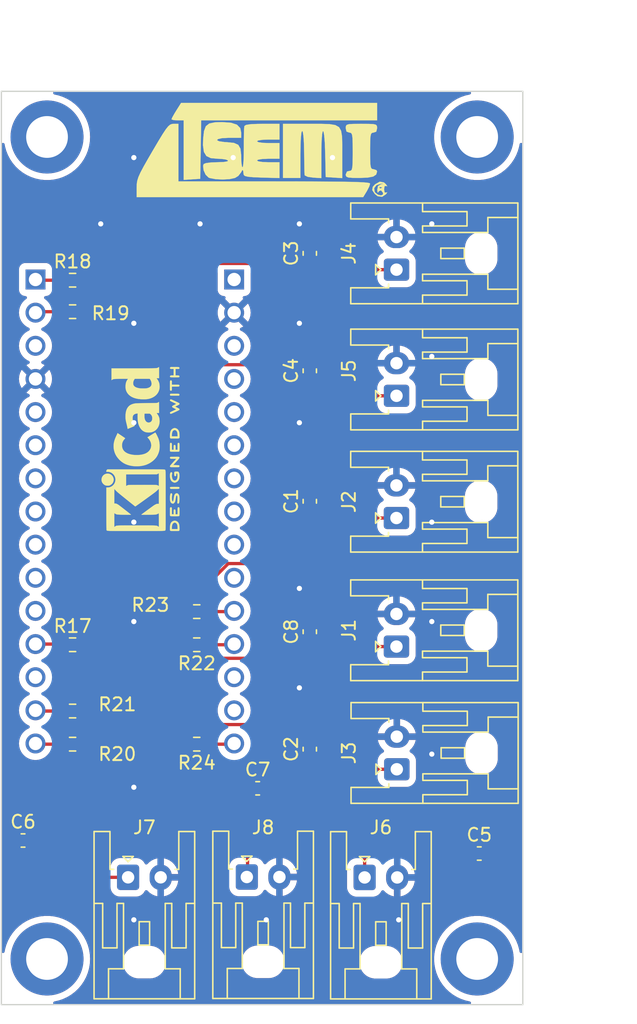
<source format=kicad_pcb>
(kicad_pcb (version 20221018) (generator pcbnew)
  (layers (0 "F.Cu" signal) (31 "B.Cu" signal) (34 "B.Paste" user) (35 "F.Paste" user) (36 "B.SilkS" user "B.Silkscreen") (37 "F.SilkS" user "F.Silkscreen") (38 "B.Mask" user) (39 "F.Mask" user) (44 "Edge.Cuts" user))
  (net 0 "")
  (net 1 "GNDS")
  (net 2 "SWITCH2")
  (net 3 "SWITCH3")
  (net 4 "SWITCH4")
  (net 5 "SWITCH5")
  (net 6 "SWITCH6")
  (net 7 "SWITCH7")
  (net 8 "SWITCH8")
  (net 9 "SWITCH1")
  (net 10 "Net-(U1A-PA8)")
  (net 11 "Net-(U1A-PA9)")
  (net 12 "Net-(U1A-PA10)")
  (net 13 "Net-(U1A-PB4)")
  (net 14 "Net-(U1A-PB5)")
  (net 15 "Net-(U1B-PA0)")
  (net 16 "Net-(U1B-PA1)")
  (net 17 "Net-(U1B-PB3{slash}PB8)")
  (net 37 "unconnected-(U1B-+3V3-Pad4.14)")
  (footprint "Resistor_SMD:R_0603_1608Metric" (layer "F.Cu") (at 58.801 118.618)
    (fp_text reference "R20" (at 3.429 0.762) (layer "F.SilkS"))
    (fp_text value "0")
    (pad "1" smd roundrect (at -0.825 0) (size 0.8 0.95) (layers "F.Cu" "F.Paste" "F.Mask") (net 13 "Net-(U1A-PB4)"))
    (pad "2" smd roundrect (at 0.825 0) (size 0.8 0.95) (layers "F.Cu" "F.Paste" "F.Mask") (net 7 "SWITCH7"))
  )
  (footprint "Connector_JST:JST_XA_S02B-XASK-1_1x02_P2.50mm_Horizontal" (layer "F.Cu") (at 83.673825 120.541202 90)
    (fp_text reference "J3" (at 1.25 -3.673825 90) (layer "F.SilkS"))
    (fp_text value "Conn_01x02_Female")
    (pad "" np_thru_hole oval (at 1.25 6.5 90) (size 2.8 2) (drill oval 2.8 2) (layers "*.Cu" "*.Mask"))
    (pad "1" thru_hole roundrect (at 0 0 90) (size 1.7 1.95) (drill 0.95) (layers "*.Cu" "*.Mask") (roundrect_rratio 0.1470588235) (net 3 "SWITCH3"))
    (pad "2" thru_hole oval (at 2.5 0 90) (size 1.7 1.95) (drill 0.95) (layers "*.Cu" "*.Mask") (net 1 "GNDS"))
  )
  (footprint "Connector_JST:JST_XA_S02B-XASK-1_1x02_P2.50mm_Horizontal" (layer "F.Cu") (at 72.168283 128.798334)
    (fp_text reference "J8" (at 1.25 -3.798334) (layer "F.SilkS"))
    (fp_text value "Conn_01x02_Female")
    (pad "" np_thru_hole oval (at 1.25 6.5) (size 2.8 2) (drill oval 2.8 2) (layers "*.Cu" "*.Mask"))
    (pad "1" thru_hole roundrect (at 0 0) (size 1.7 1.95) (drill 0.95) (layers "*.Cu" "*.Mask") (roundrect_rratio 0.1470588235) (net 8 "SWITCH8"))
    (pad "2" thru_hole oval (at 2.5 0) (size 1.7 1.95) (drill 0.95) (layers "*.Cu" "*.Mask") (net 1 "GNDS"))
  )
  (footprint "Connector_PinSocket_2.54mm:MODULE_NUCLEO-G431" (layer "F.Cu") (at 63.575022 100.785)
    (fp_text reference "U1" hide)
    (fp_text value "NUCLEO-G431KB" hide)
    (pad "3.1" thru_hole rect (at -7.62 -17.78) (size 1.53 1.53) (drill 1.02) (layers "*.Cu" "*.Mask") (net 11 "Net-(U1A-PA9)"))
    (pad "3.2" thru_hole circle (at -7.62 -15.24) (size 1.53 1.53) (drill 1.02) (layers "*.Cu" "*.Mask") (net 12 "Net-(U1A-PA10)"))
    (pad "3.3" thru_hole circle (at -7.62 -12.7) (size 1.53 1.53) (drill 1.02) (layers "*.Cu" "*.Mask"))
    (pad "3.4" thru_hole circle (at -7.62 -10.16) (size 1.53 1.53) (drill 1.02) (layers "*.Cu" "*.Mask") (net 1 "GNDS"))
    (pad "3.5" thru_hole circle (at -7.62 -7.62) (size 1.53 1.53) (drill 1.02) (layers "*.Cu" "*.Mask"))
    (pad "3.6" thru_hole circle (at -7.62 -5.08) (size 1.53 1.53) (drill 1.02) (layers "*.Cu" "*.Mask"))
    (pad "3.7" thru_hole circle (at -7.62 -2.54) (size 1.53 1.53) (drill 1.02) (layers "*.Cu" "*.Mask"))
    (pad "3.8" thru_hole circle (at -7.62 0) (size 1.53 1.53) (drill 1.02) (layers "*.Cu" "*.Mask"))
    (pad "3.9" thru_hole circle (at -7.62 2.54) (size 1.53 1.53) (drill 1.02) (layers "*.Cu" "*.Mask"))
    (pad "3.10" thru_hole circle (at -7.62 5.08) (size 1.53 1.53) (drill 1.02) (layers "*.Cu" "*.Mask"))
    (pad "3.11" thru_hole circle (at -7.62 7.62) (size 1.53 1.53) (drill 1.02) (layers "*.Cu" "*.Mask"))
    (pad "3.12" thru_hole circle (at -7.62 10.16) (size 1.53 1.53) (drill 1.02) (layers "*.Cu" "*.Mask") (net 10 "Net-(U1A-PA8)"))
    (pad "3.13" thru_hole circle (at -7.62 12.7) (size 1.53 1.53) (drill 1.02) (layers "*.Cu" "*.Mask"))
    (pad "3.14" thru_hole circle (at -7.62 15.24) (size 1.53 1.53) (drill 1.02) (layers "*.Cu" "*.Mask") (net 14 "Net-(U1A-PB5)"))
    (pad "3.15" thru_hole circle (at -7.62 17.78) (size 1.53 1.53) (drill 1.02) (layers "*.Cu" "*.Mask") (net 13 "Net-(U1A-PB4)"))
    (pad "4.1" thru_hole rect (at 7.62 -17.78) (size 1.53 1.53) (drill 1.02) (layers "*.Cu" "*.Mask"))
    (pad "4.2" thru_hole circle (at 7.62 -15.24) (size 1.53 1.53) (drill 1.02) (layers "*.Cu" "*.Mask") (net 1 "GNDS"))
    (pad "4.3" thru_hole circle (at 7.62 -12.7) (size 1.53 1.53) (drill 1.02) (layers "*.Cu" "*.Mask"))
    (pad "4.4" thru_hole circle (at 7.62 -10.16) (size 1.53 1.53) (drill 1.02) (layers "*.Cu" "*.Mask"))
    (pad "4.5" thru_hole circle (at 7.62 -7.62) (size 1.53 1.53) (drill 1.02) (layers "*.Cu" "*.Mask"))
    (pad "4.6" thru_hole circle (at 7.62 -5.08) (size 1.53 1.53) (drill 1.02) (layers "*.Cu" "*.Mask"))
    (pad "4.7" thru_hole circle (at 7.62 -2.54) (size 1.53 1.53) (drill 1.02) (layers "*.Cu" "*.Mask"))
    (pad "4.8" thru_hole circle (at 7.62 0) (size 1.53 1.53) (drill 1.02) (layers "*.Cu" "*.Mask"))
    (pad "4.9" thru_hole circle (at 7.62 2.54) (size 1.53 1.53) (drill 1.02) (layers "*.Cu" "*.Mask"))
    (pad "4.10" thru_hole circle (at 7.62 5.08) (size 1.53 1.53) (drill 1.02) (layers "*.Cu" "*.Mask"))
    (pad "4.11" thru_hole circle (at 7.62 7.62) (size 1.53 1.53) (drill 1.02) (layers "*.Cu" "*.Mask") (net 16 "Net-(U1B-PA1)"))
    (pad "4.12" thru_hole circle (at 7.62 10.16) (size 1.53 1.53) (drill 1.02) (layers "*.Cu" "*.Mask") (net 15 "Net-(U1B-PA0)"))
    (pad "4.13" thru_hole circle (at 7.62 12.7) (size 1.53 1.53) (drill 1.02) (layers "*.Cu" "*.Mask"))
    (pad "4.14" thru_hole circle (at 7.62 15.24) (size 1.53 1.53) (drill 1.02) (layers "*.Cu" "*.Mask") (net 37 "unconnected-(U1B-+3V3-Pad4.14)"))
    (pad "4.15" thru_hole circle (at 7.62 17.78) (size 1.53 1.53) (drill 1.02) (layers "*.Cu" "*.Mask") (net 17 "Net-(U1B-PB3{slash}PB8)"))
  )
  (footprint "Capacitor_SMD:C_0603_1608Metric" (layer "F.Cu") (at 77 110 90)
    (fp_text reference "C8" (at 0 -1.43 90) (layer "F.SilkS"))
    (fp_text value "0.1u")
    (pad "1" smd roundrect (at -0.775 0 90) (size 0.9 0.95) (layers "F.Cu" "F.Paste" "F.Mask") (net 9 "SWITCH1"))
    (pad "2" smd roundrect (at 0.775 0 90) (size 0.9 0.95) (layers "F.Cu" "F.Paste" "F.Mask") (net 1 "GNDS"))
  )
  (footprint "Connector_JST:JST_XA_S02B-XASK-1_1x02_P2.50mm_Horizontal" (layer "F.Cu") (at 83.651702 91.91709 90)
    (fp_text reference "J5" (at 1.91709 -3.651702 90) (layer "F.SilkS"))
    (fp_text value "Conn_01x02_Female")
    (pad "" np_thru_hole oval (at 1.25 6.5 90) (size 2.8 2) (drill oval 2.8 2) (layers "*.Cu" "*.Mask"))
    (pad "1" thru_hole roundrect (at 0 0 90) (size 1.7 1.95) (drill 0.95) (layers "*.Cu" "*.Mask") (roundrect_rratio 0.1470588235) (net 5 "SWITCH5"))
    (pad "2" thru_hole oval (at 2.5 0 90) (size 1.7 1.95) (drill 0.95) (layers "*.Cu" "*.Mask") (net 1 "GNDS"))
  )
  (footprint "Capacitor_SMD:C_0603_1608Metric" (layer "F.Cu") (at 73 122)
    (fp_text reference "C7" (at 0 -1.43) (layer "F.SilkS"))
    (fp_text value "0.1u")
    (pad "1" smd roundrect (at -0.775 0) (size 0.9 0.95) (layers "F.Cu" "F.Paste" "F.Mask") (net 8 "SWITCH8"))
    (pad "2" smd roundrect (at 0.775 0) (size 0.9 0.95) (layers "F.Cu" "F.Paste" "F.Mask") (net 1 "GNDS"))
  )
  (footprint "Resistor_SMD:R_0603_1608Metric" (layer "F.Cu") (at 58.801 116.078)
    (fp_text reference "R21" (at 3.429 -0.508) (layer "F.SilkS"))
    (fp_text value "0")
    (pad "1" smd roundrect (at -0.825 0) (size 0.8 0.95) (layers "F.Cu" "F.Paste" "F.Mask") (net 14 "Net-(U1A-PB5)"))
    (pad "2" smd roundrect (at 0.825 0) (size 0.8 0.95) (layers "F.Cu" "F.Paste" "F.Mask") (net 8 "SWITCH8"))
  )
  (footprint "MountingHole:MountingHole_3.2mm_M3_DIN965_Pad" (layer "F.Cu") (at 89.84 72.08)
    (fp_text reference "REF**" hide)
    (fp_text value "MountingHole_3.2mm_M3_DIN965_Pad" hide)
    (pad "1" thru_hole circle (at 0 0) (size 5.6 5.6) (drill 3.2) (layers "*.Cu" "*.Mask"))
  )
  (footprint "Capacitor_SMD:C_0603_1608Metric" (layer "F.Cu") (at 90 127)
    (fp_text reference "C5" (at 0 -1.43) (layer "F.SilkS"))
    (fp_text value "0.1u")
    (pad "1" smd roundrect (at -0.775 0) (size 0.9 0.95) (layers "F.Cu" "F.Paste" "F.Mask") (net 6 "SWITCH6"))
    (pad "2" smd roundrect (at 0.775 0) (size 0.9 0.95) (layers "F.Cu" "F.Paste" "F.Mask") (net 1 "GNDS"))
  )
  (footprint "MountingHole:MountingHole_3.2mm_M3_DIN965_Pad" (layer "F.Cu") (at 89.84 135.08)
    (fp_text reference "REF**" hide)
    (fp_text value "MountingHole_3.2mm_M3_DIN965_Pad" hide)
    (pad "1" thru_hole circle (at 0 0) (size 5.6 5.6) (drill 3.2) (layers "*.Cu" "*.Mask"))
  )
  (footprint "Capacitor_SMD:C_0603_1608Metric" (layer "F.Cu") (at 77 90 90)
    (fp_text reference "C4" (at 0 -1.43 90) (layer "F.SilkS"))
    (fp_text value "0.1u")
    (pad "1" smd roundrect (at -0.775 0 90) (size 0.9 0.95) (layers "F.Cu" "F.Paste" "F.Mask") (net 5 "SWITCH5"))
    (pad "2" smd roundrect (at 0.775 0 90) (size 0.9 0.95) (layers "F.Cu" "F.Paste" "F.Mask") (net 1 "GNDS"))
  )
  (footprint "Connector_JST:JST_XA_S02B-XASK-1_1x02_P2.50mm_Horizontal" (layer "F.Cu") (at 83.646887 101.284361 90)
    (fp_text reference "J2" (at 1.25 -3.646887 90) (layer "F.SilkS"))
    (fp_text value "Conn_01x02_Female")
    (pad "" np_thru_hole oval (at 1.25 6.5 90) (size 2.8 2) (drill oval 2.8 2) (layers "*.Cu" "*.Mask"))
    (pad "1" thru_hole roundrect (at 0 0 90) (size 1.7 1.95) (drill 0.95) (layers "*.Cu" "*.Mask") (roundrect_rratio 0.1470588235) (net 2 "SWITCH2"))
    (pad "2" thru_hole oval (at 2.5 0 90) (size 1.7 1.95) (drill 0.95) (layers "*.Cu" "*.Mask") (net 1 "GNDS"))
  )
  (footprint "Resistor_SMD:R_0603_1608Metric" (layer "F.Cu") (at 58.801 85.471)
    (fp_text reference "R19" (at 2.921 0.127) (layer "F.SilkS"))
    (fp_text value "0")
    (pad "1" smd roundrect (at -0.825 0) (size 0.8 0.95) (layers "F.Cu" "F.Paste" "F.Mask") (net 12 "Net-(U1A-PA10)"))
    (pad "2" smd roundrect (at 0.825 0) (size 0.8 0.95) (layers "F.Cu" "F.Paste" "F.Mask") (net 5 "SWITCH5"))
  )
  (footprint "Resistor_SMD:R_0603_1608Metric" (layer "F.Cu") (at 68.326 118.618 180)
    (fp_text reference "R24" (at 0 -1.43) (layer "F.SilkS"))
    (fp_text value "0")
    (pad "1" smd roundrect (at -0.825 0 180) (size 0.8 0.95) (layers "F.Cu" "F.Paste" "F.Mask") (net 17 "Net-(U1B-PB3{slash}PB8)"))
    (pad "2" smd roundrect (at 0.825 0 180) (size 0.8 0.95) (layers "F.Cu" "F.Paste" "F.Mask") (net 6 "SWITCH6"))
  )
  (footprint "Capacitor_SMD:C_0603_1608Metric" (layer "F.Cu") (at 55 126)
    (fp_text reference "C6" (at 0 -1.43) (layer "F.SilkS"))
    (fp_text value "0.1u")
    (pad "1" smd roundrect (at -0.775 0) (size 0.9 0.95) (layers "F.Cu" "F.Paste" "F.Mask") (net 7 "SWITCH7"))
    (pad "2" smd roundrect (at 0.775 0) (size 0.9 0.95) (layers "F.Cu" "F.Paste" "F.Mask") (net 1 "GNDS"))
  )
  (footprint "Capacitor_SMD:C_0603_1608Metric" (layer "F.Cu") (at 77 119 90)
    (fp_text reference "C2" (at 0 -1.43 90) (layer "F.SilkS"))
    (fp_text value "0.1u")
    (pad "1" smd roundrect (at -0.775 0 90) (size 0.9 0.95) (layers "F.Cu" "F.Paste" "F.Mask") (net 3 "SWITCH3"))
    (pad "2" smd roundrect (at 0.775 0 90) (size 0.9 0.95) (layers "F.Cu" "F.Paste" "F.Mask") (net 1 "GNDS"))
  )
  (footprint "Resistor_SMD:R_0603_1608Metric" (layer "F.Cu") (at 68.326 110.998 180)
    (fp_text reference "R22" (at 0 -1.43) (layer "F.SilkS"))
    (fp_text value "0")
    (pad "1" smd roundrect (at -0.825 0 180) (size 0.8 0.95) (layers "F.Cu" "F.Paste" "F.Mask") (net 15 "Net-(U1B-PA0)"))
    (pad "2" smd roundrect (at 0.825 0 180) (size 0.8 0.95) (layers "F.Cu" "F.Paste" "F.Mask") (net 9 "SWITCH1"))
  )
  (footprint "MountingHole:MountingHole_3.2mm_M3_DIN965_Pad" (layer "F.Cu") (at 56.84 72.08)
    (fp_text reference "REF**" hide)
    (fp_text value "MountingHole_3.2mm_M3_DIN965_Pad" hide)
    (pad "1" thru_hole circle (at 0 0) (size 5.6 5.6) (drill 3.2) (layers "*.Cu" "*.Mask"))
  )
  (footprint "Connector_JST:JST_XA_S02B-XASK-1_1x02_P2.50mm_Horizontal" (layer "F.Cu") (at 83.646887 111.137765 90)
    (fp_text reference "J1" (at 1.25 -3.646887 90) (layer "F.SilkS"))
    (fp_text value "Conn_01x02_Female")
    (pad "" np_thru_hole oval (at 1.25 6.5 90) (size 2.8 2) (drill oval 2.8 2) (layers "*.Cu" "*.Mask"))
    (pad "1" thru_hole roundrect (at 0 0 90) (size 1.7 1.95) (drill 0.95) (layers "*.Cu" "*.Mask") (roundrect_rratio 0.1470588235) (net 9 "SWITCH1"))
    (pad "2" thru_hole oval (at 2.5 0 90) (size 1.7 1.95) (drill 0.95) (layers "*.Cu" "*.Mask") (net 1 "GNDS"))
  )
  (footprint "footprints:t_semi_logo" (layer "F.Cu") (at 73.34 73.08)
    (fp_text reference "G***" hide)
    (fp_text value "LOGO" hide)
  )
  (footprint "MountingHole:MountingHole_3.2mm_M3_DIN965_Pad" (layer "F.Cu") (at 56.84 135.08)
    (fp_text reference "REF**" hide)
    (fp_text value "MountingHole_3.2mm_M3_DIN965_Pad" hide)
    (pad "1" thru_hole circle (at 0 0) (size 5.6 5.6) (drill 3.2) (layers "*.Cu" "*.Mask"))
  )
  (footprint "Capacitor_SMD:C_0603_1608Metric" (layer "F.Cu") (at 77 100 90)
    (fp_text reference "C1" (at 0 -1.43 90) (layer "F.SilkS"))
    (fp_text value "0.1u")
    (pad "1" smd roundrect (at -0.775 0 90) (size 0.9 0.95) (layers "F.Cu" "F.Paste" "F.Mask") (net 2 "SWITCH2"))
    (pad "2" smd roundrect (at 0.775 0 90) (size 0.9 0.95) (layers "F.Cu" "F.Paste" "F.Mask") (net 1 "GNDS"))
  )
  (footprint "Capacitor_SMD:C_0603_1608Metric" (layer "F.Cu") (at 77 81 90)
    (fp_text reference "C3" (at 0 -1.43 90) (layer "F.SilkS"))
    (fp_text value "0.1u")
    (pad "1" smd roundrect (at -0.775 0 90) (size 0.9 0.95) (layers "F.Cu" "F.Paste" "F.Mask") (net 4 "SWITCH4"))
    (pad "2" smd roundrect (at 0.775 0 90) (size 0.9 0.95) (layers "F.Cu" "F.Paste" "F.Mask") (net 1 "GNDS"))
  )
  (footprint "Connector_JST:JST_XA_S02B-XASK-1_1x02_P2.50mm_Horizontal" (layer "F.Cu") (at 83.650986 82.25 90)
    (fp_text reference "J4" (at 1.25 -3.650986 90) (layer "F.SilkS"))
    (fp_text value "Conn_01x02_Female")
    (pad "" np_thru_hole oval (at 1.25 6.5 90) (size 2.8 2) (drill oval 2.8 2) (layers "*.Cu" "*.Mask"))
    (pad "1" thru_hole roundrect (at 0 0 90) (size 1.7 1.95) (drill 0.95) (layers "*.Cu" "*.Mask") (roundrect_rratio 0.1470588235) (net 4 "SWITCH4"))
    (pad "2" thru_hole oval (at 2.5 0 90) (size 1.7 1.95) (drill 0.95) (layers "*.Cu" "*.Mask") (net 1 "GNDS"))
  )
  (footprint "Resistor_SMD:R_0603_1608Metric" (layer "F.Cu") (at 58.801 83.058)
    (fp_text reference "R18" (at 0 -1.43) (layer "F.SilkS"))
    (fp_text value "0")
    (pad "1" smd roundrect (at -0.825 0) (size 0.8 0.95) (layers "F.Cu" "F.Paste" "F.Mask") (net 11 "Net-(U1A-PA9)"))
    (pad "2" smd roundrect (at 0.825 0) (size 0.8 0.95) (layers "F.Cu" "F.Paste" "F.Mask") (net 4 "SWITCH4"))
  )
  (footprint "Resistor_SMD:R_0603_1608Metric" (layer "F.Cu") (at 68.326 108.458 180)
    (fp_text reference "R23" (at 3.556 0.508) (layer "F.SilkS"))
    (fp_text value "0")
    (pad "1" smd roundrect (at -0.825 0 180) (size 0.8 0.95) (layers "F.Cu" "F.Paste" "F.Mask") (net 16 "Net-(U1B-PA1)"))
    (pad "2" smd roundrect (at 0.825 0 180) (size 0.8 0.95) (layers "F.Cu" "F.Paste" "F.Mask") (net 2 "SWITCH2"))
  )
  (footprint "Resistor_SMD:R_0603_1608Metric" (layer "F.Cu") (at 58.801 110.998)
    (fp_text reference "R17" (at 0 -1.43) (layer "F.SilkS"))
    (fp_text value "0")
    (pad "1" smd roundrect (at -0.825 0) (size 0.8 0.95) (layers "F.Cu" "F.Paste" "F.Mask") (net 10 "Net-(U1A-PA8)"))
    (pad "2" smd roundrect (at 0.825 0) (size 0.8 0.95) (layers "F.Cu" "F.Paste" "F.Mask") (net 3 "SWITCH3"))
  )
  (footprint "Symbol:KiCad-Logo2_5mm_SilkScreen" (layer "F.Cu") (at 64 96 90)
    (fp_text reference "REF**" hide)
    (fp_text value "KiCad-Logo2_5mm_SilkScreen" hide)
  )
  (footprint "Connector_JST:JST_XA_S02B-XASK-1_1x02_P2.50mm_Horizontal" (layer "F.Cu") (at 81.205721 128.831318)
    (fp_text reference "J6" (at 1.25 -3.831318) (layer "F.SilkS"))
    (fp_text value "Conn_01x02_Female")
    (pad "" np_thru_hole oval (at 1.25 6.5) (size 2.8 2) (drill oval 2.8 2) (layers "*.Cu" "*.Mask"))
    (pad "1" thru_hole roundrect (at 0 0) (size 1.7 1.95) (drill 0.95) (layers "*.Cu" "*.Mask") (roundrect_rratio 0.1470588235) (net 6 "SWITCH6"))
    (pad "2" thru_hole oval (at 2.5 0) (size 1.7 1.95) (drill 0.95) (layers "*.Cu" "*.Mask") (net 1 "GNDS"))
  )
  (footprint "Connector_JST:JST_XA_S02B-XASK-1_1x02_P2.50mm_Horizontal" (layer "F.Cu") (at 63.058781 128.822356)
    (fp_text reference "J7" (at 1.25 -3.822356) (layer "F.SilkS"))
    (fp_text value "Conn_01x02_Female")
    (pad "" np_thru_hole oval (at 1.25 6.5) (size 2.8 2) (drill oval 2.8 2) (layers "*.Cu" "*.Mask"))
    (pad "1" thru_hole roundrect (at 0 0) (size 1.7 1.95) (drill 0.95) (layers "*.Cu" "*.Mask") (roundrect_rratio 0.1470588235) (net 7 "SWITCH7"))
    (pad "2" thru_hole oval (at 2.5 0) (size 1.7 1.95) (drill 0.95) (layers "*.Cu" "*.Mask") (net 1 "GNDS"))
  )
  (gr_line (start 93.34 68.58) (end 93.34 138.58) (stroke (width 0.1)) (layer "Edge.Cuts"))
  (gr_line (start 53.34 68.58) (end 53.34 138.58) (stroke (width 0.1)) (layer "Edge.Cuts"))
  (gr_line (start 53.34 138.58) (end 93.34 138.58) (stroke (width 0.1)) (layer "Edge.Cuts"))
  (gr_line (start 53.34 68.58) (end 93.34 68.58) (stroke (width 0.1)) (layer "Edge.Cuts"))
  (via (at 73.66 132.08) (size 0.8) (drill 0.4) (layers "F.Cu" "B.Cu") (net 1))
  (via (at 63.5 132.08) (size 0.8) (drill 0.4) (layers "F.Cu" "B.Cu") (net 1))
  (via (at 86.36 101.6) (size 0.8) (drill 0.4) (layers "F.Cu" "B.Cu") (net 1))
  (via (at 63.5 93.98) (size 0.8) (drill 0.4) (layers "F.Cu" "B.Cu") (net 1))
  (via (at 71.12 73.66) (size 0.8) (drill 0.4) (layers "F.Cu" "B.Cu") (net 1))
  (via (at 63.5 101.6) (size 0.8) (drill 0.4) (layers "F.Cu" "B.Cu") (net 1))
  (via (at 63.5 86.36) (size 0.8) (drill 0.4) (layers "F.Cu" "B.Cu") (net 1))
  (via (at 76.2 114.3) (size 0.8) (drill 0.4) (layers "F.Cu" "B.Cu") (net 1))
  (via (at 86.36 88.9) (size 0.8) (drill 0.4) (layers "F.Cu" "B.Cu") (net 1))
  (via (at 78.74 73.66) (size 0.8) (drill 0.4) (layers "F.Cu" "B.Cu") (net 1))
  (via (at 60.96 78.74) (size 0.8) (drill 0.4) (layers "F.Cu" "B.Cu") (net 1))
  (via (at 86.36 119.38) (size 0.8) (drill 0.4) (layers "F.Cu" "B.Cu") (net 1))
  (via (at 76.2 106.68) (size 0.8) (drill 0.4) (layers "F.Cu" "B.Cu") (net 1))
  (via (at 76.2 86.36) (size 0.8) (drill 0.4) (layers "F.Cu" "B.Cu") (net 1))
  (via (at 63.5 121.92) (size 0.8) (drill 0.4) (layers "F.Cu" "B.Cu") (net 1))
  (via (at 86.36 78.74) (size 0.8) (drill 0.4) (layers "F.Cu" "B.Cu") (net 1))
  (via (at 63.5 73.66) (size 0.8) (drill 0.4) (layers "F.Cu" "B.Cu") (net 1))
  (via (at 86.36 109.22) (size 0.8) (drill 0.4) (layers "F.Cu" "B.Cu") (net 1))
  (via (at 83.82 132.08) (size 0.8) (drill 0.4) (layers "F.Cu" "B.Cu") (net 1))
  (via (at 76.2 78.74) (size 0.8) (drill 0.4) (layers "F.Cu" "B.Cu") (net 1))
  (via (at 68.58 78.74) (size 0.8) (drill 0.4) (layers "F.Cu" "B.Cu") (net 1))
  (via (at 76.2 93.98) (size 0.8) (drill 0.4) (layers "F.Cu" "B.Cu") (net 1))
  (via (at 63.5 109.22) (size 0.8) (drill 0.4) (layers "F.Cu" "B.Cu") (net 1))
  (segment (start 70.743529 104.775) (end 73 104.775) (width 0.25) (layer "F.Cu") (net 2))
  (segment (start 69.004 106.514529) (end 70.743529 104.775) (width 0.25) (layer "F.Cu") (net 2))
  (segment (start 83.646887 101.284361) (end 77.509361 101.284361) (width 0.25) (layer "F.Cu") (net 2))
  (segment (start 77.509361 101.284361) (end 77 100.775) (width 0.25) (layer "F.Cu") (net 2))
  (segment (start 73 104.775) (end 77 100.775) (width 0.25) (layer "F.Cu") (net 2))
  (segment (start 67.501 108.458) (end 69.004 106.955) (width 0.25) (layer "F.Cu") (net 2))
  (segment (start 69.004 106.955) (end 69.004 106.514529) (width 0.25) (layer "F.Cu") (net 2))
  (segment (start 59.626 110.998) (end 65.743 117.115) (width 0.25) (layer "F.Cu") (net 3))
  (segment (start 74.34 117.115) (end 77 119.775) (width 0.25) (layer "F.Cu") (net 3))
  (segment (start 83.673825 120.541202) (end 77.766202 120.541202) (width 0.25) (layer "F.Cu") (net 3))
  (segment (start 77.766202 120.541202) (end 77 119.775) (width 0.25) (layer "F.Cu") (net 3))
  (segment (start 65.743 117.115) (end 74.34 117.115) (width 0.25) (layer "F.Cu") (net 3))
  (segment (start 77.475 82.25) (end 77 81.775) (width 0.25) (layer "F.Cu") (net 4))
  (segment (start 60.909 81.775) (end 77 81.775) (width 0.25) (layer "F.Cu") (net 4))
  (segment (start 83.650986 82.25) (end 77.475 82.25) (width 0.25) (layer "F.Cu") (net 4))
  (segment (start 59.626 83.058) (end 60.909 81.775) (width 0.25) (layer "F.Cu") (net 4))
  (segment (start 59.626 85.471) (end 63.69 89.535) (width 0.25) (layer "F.Cu") (net 5))
  (segment (start 75.76 89.535) (end 77 90.775) (width 0.25) (layer "F.Cu") (net 5))
  (segment (start 83.651702 91.91709) (end 78.14209 91.91709) (width 0.25) (layer "F.Cu") (net 5))
  (segment (start 63.69 89.535) (end 75.76 89.535) (width 0.25) (layer "F.Cu") (net 5))
  (segment (start 78.14209 91.91709) (end 77 90.775) (width 0.25) (layer "F.Cu") (net 5))
  (segment (start 81.205721 126.205721) (end 81.205721 128.831318) (width 0.25) (layer "F.Cu") (net 6))
  (segment (start 76 121) (end 81.205721 126.205721) (width 0.25) (layer "F.Cu") (net 6))
  (segment (start 89.225 127) (end 82 127) (width 0.25) (layer "F.Cu") (net 6))
  (segment (start 67.501 118.618) (end 67.501 119.501) (width 0.25) (layer "F.Cu") (net 6))
  (segment (start 67.501 119.501) (end 69 121) (width 0.25) (layer "F.Cu") (net 6))
  (segment (start 82 127) (end 81.205721 126.205721) (width 0.25) (layer "F.Cu") (net 6))
  (segment (start 69 121) (end 76 121) (width 0.25) (layer "F.Cu") (net 6))
  (segment (start 57.047356 128.822356) (end 54.225 126) (width 0.25) (layer "F.Cu") (net 7))
  (segment (start 63.058781 128.822356) (end 57.047356 128.822356) (width 0.25) (layer "F.Cu") (net 7))
  (segment (start 59.626 118.618) (end 59.626 120.599) (width 0.25) (layer "F.Cu") (net 7))
  (segment (start 59.626 120.599) (end 54.225 126) (width 0.25) (layer "F.Cu") (net 7))
  (segment (start 72.225 122) (end 72.225 128.741617) (width 0.25) (layer "F.Cu") (net 8))
  (segment (start 59.626 116.078) (end 65.548 122) (width 0.25) (layer "F.Cu") (net 8))
  (segment (start 72.225 128.741617) (end 72.168283 128.798334) (width 0.25) (layer "F.Cu") (net 8))
  (segment (start 65.548 122) (end 72.225 122) (width 0.25) (layer "F.Cu") (net 8))
  (segment (start 68.538 112.035) (end 75.74 112.035) (width 0.25) (layer "F.Cu") (net 9))
  (segment (start 83.646887 111.137765) (end 77.362765 111.137765) (width 0.25) (layer "F.Cu") (net 9))
  (segment (start 77.362765 111.137765) (end 77 110.775) (width 0.25) (layer "F.Cu") (net 9))
  (segment (start 75.74 112.035) (end 77 110.775) (width 0.25) (layer "F.Cu") (net 9))
  (segment (start 67.501 110.998) (end 68.538 112.035) (width 0.25) (layer "F.Cu") (net 9))
  (segment (start 57.923 110.945) (end 57.976 110.998) (width 0.25) (layer "F.Cu") (net 10))
  (segment (start 55.955022 110.945) (end 57.923 110.945) (width 0.25) (layer "F.Cu") (net 10))
  (segment (start 56.008022 83.058) (end 55.955022 83.005) (width 0.25) (layer "F.Cu") (net 11))
  (segment (start 57.976 83.058) (end 56.008022 83.058) (width 0.25) (layer "F.Cu") (net 11))
  (segment (start 56.029022 85.471) (end 55.955022 85.545) (width 0.25) (layer "F.Cu") (net 12))
  (segment (start 57.976 85.471) (end 56.029022 85.471) (width 0.25) (layer "F.Cu") (net 12))
  (segment (start 57.976 118.618) (end 56.008022 118.618) (width 0.25) (layer "F.Cu") (net 13))
  (segment (start 56.008022 118.618) (end 55.955022 118.565) (width 0.25) (layer "F.Cu") (net 13))
  (segment (start 56.008022 116.078) (end 55.955022 116.025) (width 0.25) (layer "F.Cu") (net 14))
  (segment (start 57.976 116.078) (end 56.008022 116.078) (width 0.25) (layer "F.Cu") (net 14))
  (segment (start 71.142022 110.998) (end 71.195022 110.945) (width 0.25) (layer "F.Cu") (net 15))
  (segment (start 69.151 110.998) (end 71.142022 110.998) (width 0.25) (layer "F.Cu") (net 15))
  (segment (start 71.142022 108.458) (end 71.195022 108.405) (width 0.25) (layer "F.Cu") (net 16))
  (segment (start 69.151 108.458) (end 71.142022 108.458) (width 0.25) (layer "F.Cu") (net 16))
  (segment (start 71.142022 118.618) (end 71.195022 118.565) (width 0.25) (layer "F.Cu") (net 17))
  (segment (start 69.151 118.618) (end 71.142022 118.618) (width 0.25) (layer "F.Cu") (net 17))
  (segment (start 71.195022 116.025) (end 71.195022 116.107465) (width 0.6) (layer "F.Cu") (net 37))
  (zone (net 1) (net_name "GNDS") (layers "F&B.Cu") (priority 1) (connect_pads (clearance 0.5)) (min_thickness 0.25) (fill yes (thermal_gap 0.5) (thermal_bridge_width 0.5))
    (polygon (pts (xy 53.34 68.58) (xy 93.34 68.58) (xy 93.34 138.58) (xy 53.34 138.58)))
  )
)
</source>
